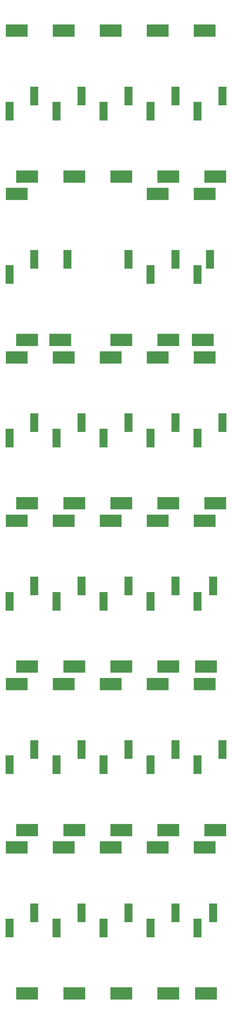
<source format=gtp>
%FSLAX44Y44*%
%MOMM*%
G71*
G01*
G75*
G04 Layer_Color=8421504*
%ADD10R,2.5000X6.0000*%
%ADD11R,6.9850X4.0000*%
%ADD12C,1.0000*%
%ADD13C,16.0000*%
%ADD14C,4.0000*%
%ADD15C,1.2700*%
%ADD16R,1.2192X0.8128*%
%ADD17R,1.0200X3.8000*%
%ADD18R,0.3556X0.7620*%
%ADD19R,0.7620X0.3556*%
%ADD20R,2.7940X2.7940*%
%ADD21C,0.2540*%
D10*
X675240Y2903220D02*
D03*
X525240D02*
D03*
X375240D02*
D03*
X225240D02*
D03*
X75240D02*
D03*
X154760Y2951780D02*
D03*
X304760D02*
D03*
X454760D02*
D03*
X604760D02*
D03*
X754760D02*
D03*
X675240Y2383220D02*
D03*
X525240D02*
D03*
X75240D02*
D03*
X154760Y2431780D02*
D03*
X454760D02*
D03*
X259760D02*
D03*
X604760D02*
D03*
X714760D02*
D03*
X675240Y1863220D02*
D03*
X525240D02*
D03*
X375240D02*
D03*
X225240D02*
D03*
X75240D02*
D03*
X154760Y1911780D02*
D03*
X304760D02*
D03*
X454760D02*
D03*
X604760D02*
D03*
X754760D02*
D03*
X675240Y1343220D02*
D03*
X525240D02*
D03*
X375240D02*
D03*
X225240D02*
D03*
X75240D02*
D03*
X154760Y1391780D02*
D03*
X304760D02*
D03*
X454760D02*
D03*
X604760D02*
D03*
X724760D02*
D03*
X675240Y823220D02*
D03*
X525240D02*
D03*
X375240D02*
D03*
X225240D02*
D03*
X75240D02*
D03*
X154760Y871780D02*
D03*
X304760D02*
D03*
X454760D02*
D03*
X604760D02*
D03*
X754760D02*
D03*
X675240Y303220D02*
D03*
X525240D02*
D03*
X375240D02*
D03*
X225240D02*
D03*
X75240D02*
D03*
X154760Y351780D02*
D03*
X304760D02*
D03*
X454760D02*
D03*
X604760D02*
D03*
X724760D02*
D03*
D11*
X698100Y3159760D02*
D03*
X548100D02*
D03*
X398100D02*
D03*
X248100D02*
D03*
X98100D02*
D03*
X131900Y2695240D02*
D03*
X281900D02*
D03*
X431900D02*
D03*
X581900D02*
D03*
X731900D02*
D03*
X698100Y2639760D02*
D03*
X548100D02*
D03*
X98100D02*
D03*
X131900Y2175240D02*
D03*
X431900D02*
D03*
X236900D02*
D03*
X581900D02*
D03*
X691900D02*
D03*
X698100Y2119760D02*
D03*
X548100D02*
D03*
X398100D02*
D03*
X248100D02*
D03*
X98100D02*
D03*
X131900Y1655240D02*
D03*
X281900D02*
D03*
X431900D02*
D03*
X581900D02*
D03*
X731900D02*
D03*
X698100Y1599760D02*
D03*
X548100D02*
D03*
X398100D02*
D03*
X248100D02*
D03*
X98100D02*
D03*
X131900Y1135240D02*
D03*
X281900D02*
D03*
X431900D02*
D03*
X581900D02*
D03*
X701900D02*
D03*
X698100Y1079760D02*
D03*
X548100D02*
D03*
X398100D02*
D03*
X248100D02*
D03*
X98100D02*
D03*
X131900Y615240D02*
D03*
X281900D02*
D03*
X431900D02*
D03*
X581900D02*
D03*
X731900D02*
D03*
X698100Y559760D02*
D03*
X548100D02*
D03*
X398100D02*
D03*
X248100D02*
D03*
X98100D02*
D03*
X131900Y95240D02*
D03*
X281900D02*
D03*
X431900D02*
D03*
X581900D02*
D03*
X701900D02*
D03*
M02*

</source>
